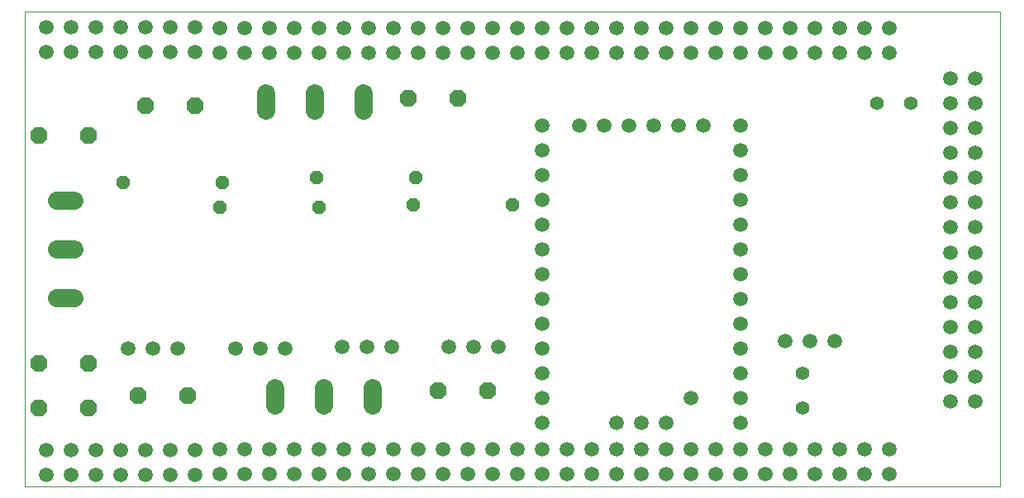
<source format=gts>
G75*
%MOIN*%
%OFA0B0*%
%FSLAX24Y24*%
%IPPOS*%
%LPD*%
%AMOC8*
5,1,8,0,0,1.08239X$1,22.5*
%
%ADD10C,0.0000*%
%ADD11C,0.0594*%
%ADD12C,0.0555*%
%ADD13OC8,0.0560*%
%ADD14C,0.0745*%
%ADD15OC8,0.0670*%
D10*
X002390Y004393D02*
X002390Y023539D01*
X041730Y023539D01*
X041730Y004393D01*
X002390Y004393D01*
D11*
X003260Y004863D03*
X004260Y004863D03*
X005260Y004863D03*
X006260Y004863D03*
X007260Y004863D03*
X008260Y004863D03*
X009260Y004863D03*
X010260Y004883D03*
X011260Y004883D03*
X012260Y004883D03*
X013260Y004883D03*
X014260Y004883D03*
X015260Y004883D03*
X016260Y004883D03*
X017260Y004893D03*
X018260Y004893D03*
X019260Y004893D03*
X020260Y004893D03*
X021260Y004893D03*
X022260Y004893D03*
X023260Y004893D03*
X024260Y004893D03*
X025260Y004893D03*
X026260Y004893D03*
X027260Y004893D03*
X028260Y004893D03*
X029260Y004893D03*
X030260Y004893D03*
X031260Y004893D03*
X032260Y004893D03*
X033260Y004893D03*
X034260Y004893D03*
X035260Y004893D03*
X036260Y004893D03*
X037260Y004893D03*
X037260Y005893D03*
X036260Y005893D03*
X035260Y005893D03*
X034260Y005893D03*
X033260Y005893D03*
X032260Y005893D03*
X031260Y005893D03*
X030260Y005893D03*
X029260Y005893D03*
X028260Y005893D03*
X027260Y005893D03*
X026260Y005893D03*
X025260Y005893D03*
X024260Y005893D03*
X023260Y005893D03*
X022260Y005893D03*
X021260Y005893D03*
X020260Y005893D03*
X019260Y005893D03*
X018260Y005893D03*
X017260Y005893D03*
X016260Y005883D03*
X015260Y005883D03*
X014260Y005883D03*
X013260Y005883D03*
X012260Y005883D03*
X011260Y005883D03*
X010260Y005883D03*
X009260Y005863D03*
X008260Y005863D03*
X007260Y005863D03*
X006260Y005863D03*
X005260Y005863D03*
X004260Y005863D03*
X003260Y005863D03*
X006572Y009961D03*
X007572Y009961D03*
X008572Y009961D03*
X010916Y009961D03*
X011916Y009961D03*
X012916Y009961D03*
X015210Y010011D03*
X016210Y010011D03*
X017210Y010011D03*
X019503Y010011D03*
X020503Y010011D03*
X021503Y010011D03*
X023260Y009943D03*
X023260Y010943D03*
X023260Y011943D03*
X023260Y012943D03*
X023260Y013943D03*
X023260Y014943D03*
X023260Y015943D03*
X023260Y016943D03*
X023260Y017943D03*
X023260Y018943D03*
X024760Y018943D03*
X025760Y018943D03*
X026760Y018943D03*
X027760Y018943D03*
X028760Y018943D03*
X029760Y018943D03*
X031260Y018943D03*
X031260Y017943D03*
X031260Y016943D03*
X031260Y015943D03*
X031260Y014943D03*
X031260Y013943D03*
X031260Y012943D03*
X031260Y011943D03*
X031260Y010943D03*
X031260Y009943D03*
X033060Y010261D03*
X034060Y010261D03*
X035060Y010261D03*
X031260Y008943D03*
X031260Y007943D03*
X031260Y006943D03*
X029260Y007943D03*
X028260Y006943D03*
X027260Y006943D03*
X026260Y006943D03*
X023260Y006943D03*
X023260Y007943D03*
X023260Y008943D03*
X039730Y008823D03*
X040730Y008823D03*
X040730Y007823D03*
X039730Y007823D03*
X039730Y009823D03*
X040730Y009823D03*
X040730Y010823D03*
X039730Y010823D03*
X039730Y011823D03*
X040730Y011823D03*
X040730Y012823D03*
X039730Y012823D03*
X039730Y013823D03*
X040730Y013823D03*
X040750Y014853D03*
X039750Y014853D03*
X039750Y015853D03*
X040750Y015853D03*
X040750Y016853D03*
X039750Y016853D03*
X039750Y017853D03*
X040750Y017853D03*
X040750Y018853D03*
X039750Y018853D03*
X039750Y019853D03*
X040750Y019853D03*
X040750Y020853D03*
X039750Y020853D03*
X037260Y021893D03*
X036260Y021893D03*
X035260Y021893D03*
X034260Y021893D03*
X033260Y021893D03*
X032260Y021893D03*
X031260Y021893D03*
X030260Y021893D03*
X029260Y021893D03*
X028260Y021893D03*
X027260Y021893D03*
X026260Y021893D03*
X025260Y021893D03*
X024260Y021893D03*
X023260Y021893D03*
X022260Y021893D03*
X021260Y021893D03*
X020260Y021893D03*
X019260Y021893D03*
X018260Y021893D03*
X017260Y021893D03*
X016260Y021893D03*
X015260Y021893D03*
X014260Y021893D03*
X013260Y021893D03*
X012260Y021893D03*
X011260Y021893D03*
X010260Y021893D03*
X009260Y021903D03*
X008260Y021903D03*
X007260Y021903D03*
X006260Y021903D03*
X005260Y021903D03*
X004260Y021903D03*
X003260Y021903D03*
X003260Y022903D03*
X004260Y022903D03*
X005260Y022903D03*
X006260Y022903D03*
X007260Y022903D03*
X008260Y022903D03*
X009260Y022903D03*
X010260Y022893D03*
X011260Y022893D03*
X012260Y022893D03*
X013260Y022893D03*
X014260Y022893D03*
X015260Y022893D03*
X016260Y022893D03*
X017260Y022893D03*
X018260Y022893D03*
X019260Y022893D03*
X020260Y022893D03*
X021260Y022893D03*
X022260Y022893D03*
X023260Y022893D03*
X024260Y022893D03*
X025260Y022893D03*
X026260Y022893D03*
X027260Y022893D03*
X028260Y022893D03*
X029260Y022893D03*
X030260Y022893D03*
X031260Y022893D03*
X032260Y022893D03*
X033260Y022893D03*
X034260Y022893D03*
X035260Y022893D03*
X036260Y022893D03*
X037260Y022893D03*
D12*
X036771Y019843D03*
X038148Y019843D03*
X033760Y008932D03*
X033760Y007554D03*
D13*
X022060Y015743D03*
X018060Y015743D03*
X018160Y016843D03*
X014260Y015643D03*
X014160Y016843D03*
X010360Y016643D03*
X010260Y015643D03*
X006360Y016643D03*
D14*
X004404Y015912D02*
X003699Y015912D01*
X003699Y013943D02*
X004404Y013943D01*
X004404Y011975D02*
X003699Y011975D01*
X012491Y008338D02*
X012491Y007633D01*
X014460Y007633D02*
X014460Y008338D01*
X016428Y008338D02*
X016428Y007633D01*
X016078Y019549D02*
X016078Y020254D01*
X014110Y020254D02*
X014110Y019549D01*
X012141Y019549D02*
X012141Y020254D01*
D15*
X009260Y019743D03*
X007260Y019743D03*
X004960Y018543D03*
X002960Y018543D03*
X017860Y020043D03*
X019860Y020043D03*
X004960Y009343D03*
X002960Y009343D03*
X002960Y007543D03*
X004960Y007543D03*
X006960Y008043D03*
X008960Y008043D03*
X019060Y008243D03*
X021060Y008243D03*
M02*

</source>
